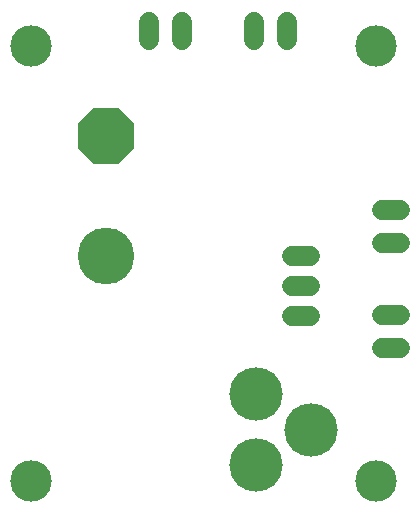
<source format=gbs>
G75*
G70*
%OFA0B0*%
%FSLAX24Y24*%
%IPPOS*%
%LPD*%
%AMOC8*
5,1,8,0,0,1.08239X$1,22.5*
%
%ADD10C,0.1780*%
%ADD11C,0.0680*%
%ADD12C,0.1890*%
%ADD13OC8,0.1890*%
%ADD14C,0.1380*%
D10*
X009130Y003531D03*
X009130Y005894D03*
X010980Y004713D03*
D11*
X013330Y007450D02*
X013930Y007450D01*
X013930Y008550D02*
X013330Y008550D01*
X013330Y010950D02*
X013930Y010950D01*
X013930Y012050D02*
X013330Y012050D01*
X010930Y010500D02*
X010330Y010500D01*
X010330Y009500D02*
X010930Y009500D01*
X010930Y008500D02*
X010330Y008500D01*
X010180Y017700D02*
X010180Y018300D01*
X009080Y018300D02*
X009080Y017700D01*
X006680Y017700D02*
X006680Y018300D01*
X005580Y018300D02*
X005580Y017700D01*
D12*
X004130Y010500D03*
D13*
X004130Y014500D03*
D14*
X001630Y003000D03*
X001630Y017500D03*
X013130Y017500D03*
X013130Y003000D03*
M02*

</source>
